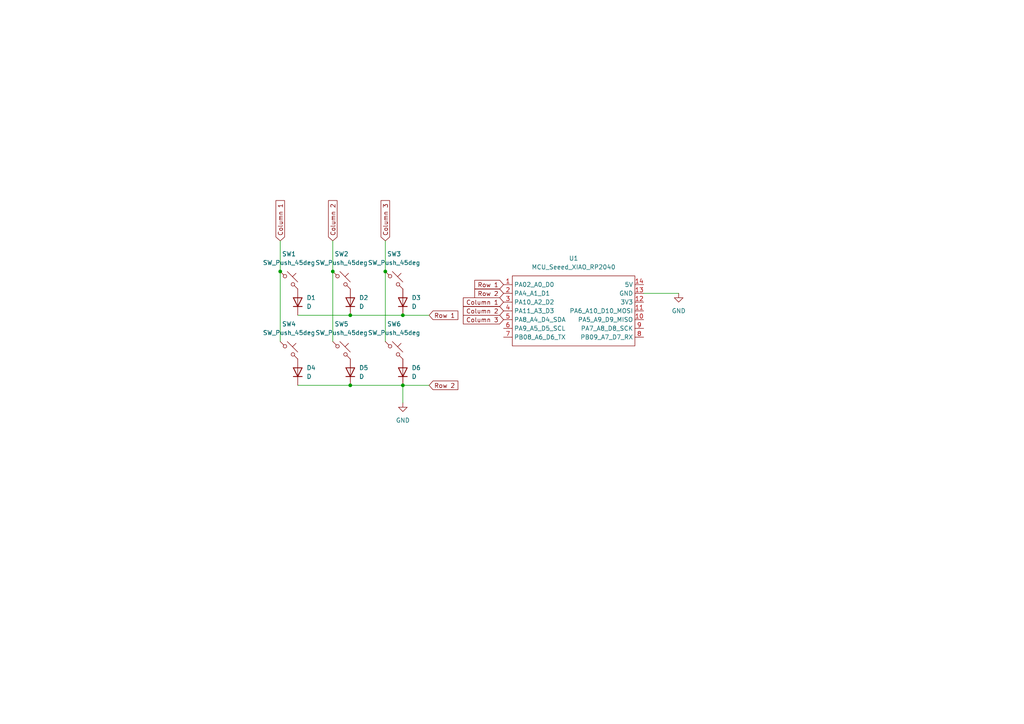
<source format=kicad_sch>
(kicad_sch (version 20231120) (generator "eeschema") (generator_version "8.0")
  (paper "A4")
  (lib_symbols
    (symbol "Device:D" (pin_numbers hide) (pin_names (offset 1.016) hide)
      (property "Reference" "D" (at 0 2.54 0))
      (property "Value" "D" (at 0 -2.54 0))
      (symbol "D_0_1"
        (polyline (pts (xy -1.27 1.27) (xy -1.27 -1.27)) (stroke (width 0.254)))
        (polyline (pts (xy 1.27 0) (xy -1.27 0)))
        (polyline (pts (xy 1.27 1.27) (xy 1.27 -1.27) (xy -1.27 0) (xy 1.27 1.27)) (stroke (width 0.254)))
      )
      (symbol "D_1_1"
        (pin passive line (at -3.81 0 0) (length 2.54) (name "K") (number "1"))
        (pin passive line (at 3.81 0 180) (length 2.54) (name "A") (number "2"))
      )
    )
    (symbol "ScottoKeebs:MCU_Seeed_XIAO_RP2040"
      (property "Reference" "U" (at -16.51 11.43 0))
      (property "Value" "MCU_Seeed_XIAO_RP2040" (at -3.81 -11.43 0))
      (symbol "MCU_Seeed_XIAO_RP2040_0_1"
        (rectangle (start -16.51 10.16) (end 19.05 -10.16))
      )
      (symbol "MCU_Seeed_XIAO_RP2040_1_1"
        (pin passive line (at -19.05 7.62 0) (length 2.54) (name "PA02_A0_D0") (number "1"))
        (pin passive line (at 21.59 -2.54 180) (length 2.54) (name "PA5_A9_D9_MISO") (number "10"))
        (pin passive line (at 21.59 0 180) (length 2.54) (name "PA6_A10_D10_MOSI") (number "11"))
        (pin passive line (at 21.59 2.54 180) (length 2.54) (name "3V3") (number "12"))
        (pin passive line (at 21.59 5.08 180) (length 2.54) (name "GND") (number "13"))
        (pin passive line (at 21.59 7.62 180) (length 2.54) (name "5V") (number "14"))
        (pin passive line (at -19.05 5.08 0) (length 2.54) (name "PA4_A1_D1") (number "2"))
        (pin passive line (at -19.05 2.54 0) (length 2.54) (name "PA10_A2_D2") (number "3"))
        (pin passive line (at -19.05 0 0) (length 2.54) (name "PA11_A3_D3") (number "4"))
        (pin passive line (at -19.05 -2.54 0) (length 2.54) (name "PA8_A4_D4_SDA") (number "5"))
        (pin passive line (at -19.05 -5.08 0) (length 2.54) (name "PA9_A5_D5_SCL") (number "6"))
        (pin passive line (at -19.05 -7.62 0) (length 2.54) (name "PB08_A6_D6_TX") (number "7"))
        (pin passive line (at 21.59 -7.62 180) (length 2.54) (name "PB09_A7_D7_RX") (number "8"))
        (pin passive line (at 21.59 -5.08 180) (length 2.54) (name "PA7_A8_D8_SCK") (number "9"))
      )
    )
    (symbol "Switch:SW_Push_45deg" (pin_numbers hide) (pin_names (offset 1.016) hide)
      (property "Reference" "SW" (at 3.048 1.016 0))
      (property "Value" "SW_Push_45deg" (at 0 -3.81 0))
      (symbol "SW_Push_45deg_0_1"
        (circle (center -1.1684 1.1684) (radius 0.508))
        (polyline (pts (xy -0.508 2.54) (xy 2.54 -0.508)))
        (polyline (pts (xy 1.016 1.016) (xy 2.032 2.032)))
        (polyline (pts (xy -2.54 2.54) (xy -1.524 1.524) (xy -1.524 1.524)))
        (polyline (pts (xy 1.524 -1.524) (xy 2.54 -2.54) (xy 2.54 -2.54) (xy 2.54 -2.54)))
        (circle (center 1.143 -1.1938) (radius 0.508))
        (pin passive line (at -2.54 2.54 0) (length 0) (name "1") (number "1"))
        (pin passive line (at 2.54 -2.54 180) (length 0) (name "2") (number "2"))
      )
    )
    (symbol "power:GND" (power) (pin_numbers hide) (pin_names (offset 0) hide)
      (property "Value" "GND" (at 0 -3.81 0))
      (symbol "GND_0_1"
        (polyline (pts (xy 0 0) (xy 0 -1.27) (xy 1.27 -1.27) (xy 0 -2.54) (xy -1.27 -1.27) (xy 0 -1.27)))
      )
      (symbol "GND_1_1"
        (pin power_in line (at 0 0 270) (length 0) (name "~") (number "1"))
      )
    )
  )
  (junction (at 111.76 78.74))
  (junction (at 116.84 111.76))
  (junction (at 101.6 111.76))
  (junction (at 116.84 91.44))
  (junction (at 81.28 78.74))
  (junction (at 101.6 91.44))
  (junction (at 96.52 78.74))
  (wire (pts (xy 116.84 111.76) (xy 116.84 116.84)))
  (wire (pts (xy 116.84 111.76) (xy 124.46 111.76)))
  (wire (pts (xy 111.76 78.74) (xy 111.76 99.06)))
  (wire (pts (xy 96.52 78.74) (xy 96.52 99.06)))
  (wire (pts (xy 86.36 111.76) (xy 101.6 111.76)))
  (wire (pts (xy 86.36 91.44) (xy 101.6 91.44)))
  (wire (pts (xy 116.84 91.44) (xy 124.46 91.44)))
  (wire (pts (xy 81.28 78.74) (xy 81.28 99.06)))
  (wire (pts (xy 186.69 85.09) (xy 196.85 85.09)))
  (wire (pts (xy 96.52 69.85) (xy 96.52 78.74)))
  (wire (pts (xy 101.6 111.76) (xy 116.84 111.76)))
  (wire (pts (xy 81.28 69.85) (xy 81.28 78.74)))
  (wire (pts (xy 101.6 91.44) (xy 116.84 91.44)))
  (wire (pts (xy 111.76 69.85) (xy 111.76 78.74)))
  (global_label "Row 2" (shape input) (at 146.05 85.09 180) (property "Intersheetrefs" "${INTERSHEET_REFS}" (effects (hide yes))))
  (global_label "Column 3" (shape input) (at 146.05 92.71 180) (property "Intersheetrefs" "${INTERSHEET_REFS}" (effects (hide yes))))
  (global_label "Row 2" (shape input) (at 124.46 111.76 0) (property "Intersheetrefs" "${INTERSHEET_REFS}" (effects (hide yes))))
  (global_label "Column 1" (shape input) (at 81.28 69.85 90) (property "Intersheetrefs" "${INTERSHEET_REFS}" (effects (hide yes))))
  (global_label "Column 3" (shape input) (at 111.76 69.85 90) (property "Intersheetrefs" "${INTERSHEET_REFS}" (effects (hide yes))))
  (global_label "Column 2" (shape input) (at 96.52 69.85 90) (property "Intersheetrefs" "${INTERSHEET_REFS}" (effects (hide yes))))
  (global_label "Row 1" (shape input) (at 146.05 82.55 180) (property "Intersheetrefs" "${INTERSHEET_REFS}" (effects (hide yes))))
  (global_label "Row 1" (shape input) (at 124.46 91.44 0) (property "Intersheetrefs" "${INTERSHEET_REFS}" (effects (hide yes))))
  (global_label "Column 2" (shape input) (at 146.05 90.17 180) (property "Intersheetrefs" "${INTERSHEET_REFS}" (effects (hide yes))))
  (global_label "Column 1" (shape input) (at 146.05 87.63 180) (property "Intersheetrefs" "${INTERSHEET_REFS}" (effects (hide yes))))
  (symbol (lib_id "Device:D") (at 86.36 87.63 90) (unit 1)
    (property "Reference" "D1" (at 88.9 86.3599 90) (effects (justify right)))
    (property "Value" "D" (at 88.9 88.8999 90) (effects (justify right)))
    (property "Footprint" "ScottoKeebs_Components:Diode_DO-35" (effects (hide yes)))
    (property "Description" "Diode" (effects (hide yes)))
    (property "Sim.Device" "D" (effects (hide yes)))
    (property "Sim.Pins" "1=K 2=A" (effects (hide yes)))
  )
  (symbol (lib_id "Switch:SW_Push_45deg") (at 114.3 101.6 0) (unit 1)
    (property "Reference" "SW6" (at 114.3 93.98 0))
    (property "Value" "SW_Push_45deg" (at 114.3 96.52 0))
    (property "Footprint" "ScottoKeebs_MX:MX_PCB_1.00u" (effects (hide yes)))
    (property "Description" "Push button switch, normally open, two pins, 45° tilted" (effects (hide yes)))
  )
  (symbol (lib_id "Device:D") (at 86.36 107.95 90) (unit 1)
    (property "Reference" "D4" (at 88.9 106.6799 90) (effects (justify right)))
    (property "Value" "D" (at 88.9 109.2199 90) (effects (justify right)))
    (property "Footprint" "ScottoKeebs_Components:Diode_DO-35" (effects (hide yes)))
    (property "Description" "Diode" (effects (hide yes)))
    (property "Sim.Device" "D" (effects (hide yes)))
    (property "Sim.Pins" "1=K 2=A" (effects (hide yes)))
  )
  (symbol (lib_id "ScottoKeebs:MCU_Seeed_XIAO_RP2040") (at 165.1 90.17 0) (unit 1)
    (property "Reference" "U1" (at 166.37 74.93 0))
    (property "Value" "MCU_Seeed_XIAO_RP2040" (at 166.37 77.47 0))
    (property "Footprint" "ScottoKeebs_MCU:Seeed_XIAO_RP2040" (effects (hide yes)))
  )
  (symbol (lib_id "Switch:SW_Push_45deg") (at 99.06 101.6 0) (unit 1)
    (property "Reference" "SW5" (at 99.06 93.98 0))
    (property "Value" "SW_Push_45deg" (at 99.06 96.52 0))
    (property "Footprint" "ScottoKeebs_MX:MX_PCB_1.00u" (effects (hide yes)))
    (property "Description" "Push button switch, normally open, two pins, 45° tilted" (effects (hide yes)))
  )
  (symbol (lib_id "Device:D") (at 116.84 107.95 90) (unit 1)
    (property "Reference" "D6" (at 119.38 106.6799 90) (effects (justify right)))
    (property "Value" "D" (at 119.38 109.2199 90) (effects (justify right)))
    (property "Footprint" "ScottoKeebs_Components:Diode_DO-35" (effects (hide yes)))
    (property "Description" "Diode" (effects (hide yes)))
    (property "Sim.Device" "D" (effects (hide yes)))
    (property "Sim.Pins" "1=K 2=A" (effects (hide yes)))
  )
  (symbol (lib_id "Switch:SW_Push_45deg") (at 83.82 101.6 0) (unit 1)
    (property "Reference" "SW4" (at 83.82 93.98 0))
    (property "Value" "SW_Push_45deg" (at 83.82 96.52 0))
    (property "Footprint" "ScottoKeebs_MX:MX_PCB_1.00u" (effects (hide yes)))
    (property "Description" "Push button switch, normally open, two pins, 45° tilted" (effects (hide yes)))
  )
  (symbol (lib_id "power:GND") (at 116.84 116.84 0) (unit 1)
    (property "Reference" "#PWR01" (effects (hide yes)))
    (property "Value" "GND" (at 116.84 121.92 0))
    (property "Description" "Power symbol creates a global label with name \"GND\" , ground" (effects (hide yes)))
  )
  (symbol (lib_id "Device:D") (at 116.84 87.63 90) (unit 1)
    (property "Reference" "D3" (at 119.38 86.3599 90) (effects (justify right)))
    (property "Value" "D" (at 119.38 88.8999 90) (effects (justify right)))
    (property "Footprint" "ScottoKeebs_Components:Diode_DO-35" (effects (hide yes)))
    (property "Description" "Diode" (effects (hide yes)))
    (property "Sim.Device" "D" (effects (hide yes)))
    (property "Sim.Pins" "1=K 2=A" (effects (hide yes)))
  )
  (symbol (lib_id "power:GND") (at 196.85 85.09 0) (unit 1)
    (property "Reference" "#PWR02" (effects (hide yes)))
    (property "Value" "GND" (at 196.85 90.17 0))
    (property "Description" "Power symbol creates a global label with name \"GND\" , ground" (effects (hide yes)))
  )
  (symbol (lib_id "Device:D") (at 101.6 87.63 90) (unit 1)
    (property "Reference" "D2" (at 104.14 86.3599 90) (effects (justify right)))
    (property "Value" "D" (at 104.14 88.8999 90) (effects (justify right)))
    (property "Footprint" "ScottoKeebs_Components:Diode_DO-35" (effects (hide yes)))
    (property "Description" "Diode" (effects (hide yes)))
    (property "Sim.Device" "D" (effects (hide yes)))
    (property "Sim.Pins" "1=K 2=A" (effects (hide yes)))
  )
  (symbol (lib_id "Switch:SW_Push_45deg") (at 83.82 81.28 0) (unit 1)
    (property "Reference" "SW1" (at 83.82 73.66 0))
    (property "Value" "SW_Push_45deg" (at 83.82 76.2 0))
    (property "Footprint" "ScottoKeebs_MX:MX_PCB_1.00u" (effects (hide yes)))
    (property "Description" "Push button switch, normally open, two pins, 45° tilted" (effects (hide yes)))
  )
  (symbol (lib_id "Switch:SW_Push_45deg") (at 114.3 81.28 0) (unit 1)
    (property "Reference" "SW3" (at 114.3 73.66 0))
    (property "Value" "SW_Push_45deg" (at 114.3 76.2 0))
    (property "Footprint" "ScottoKeebs_MX:MX_PCB_1.00u" (effects (hide yes)))
    (property "Description" "Push button switch, normally open, two pins, 45° tilted" (effects (hide yes)))
  )
  (symbol (lib_id "Device:D") (at 101.6 107.95 90) (unit 1)
    (property "Reference" "D5" (at 104.14 106.6799 90) (effects (justify right)))
    (property "Value" "D" (at 104.14 109.2199 90) (effects (justify right)))
    (property "Footprint" "ScottoKeebs_Components:Diode_DO-35" (effects (hide yes)))
    (property "Description" "Diode" (effects (hide yes)))
    (property "Sim.Device" "D" (effects (hide yes)))
    (property "Sim.Pins" "1=K 2=A" (effects (hide yes)))
  )
  (symbol (lib_id "Switch:SW_Push_45deg") (at 99.06 81.28 0) (unit 1)
    (property "Reference" "SW2" (at 99.06 73.66 0))
    (property "Value" "SW_Push_45deg" (at 99.06 76.2 0))
    (property "Footprint" "ScottoKeebs_MX:MX_PCB_1.00u" (effects (hide yes)))
    (property "Description" "Push button switch, normally open, two pins, 45° tilted" (effects (hide yes)))
  )
)
</source>
